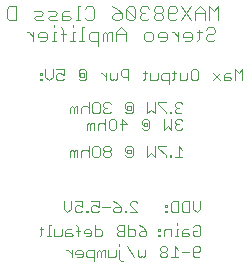
<source format=gbr>
G04 EAGLE Gerber RS-274X export*
G75*
%MOMM*%
%FSLAX34Y34*%
%LPD*%
%INSilkscreen Bottom*%
%IPPOS*%
%AMOC8*
5,1,8,0,0,1.08239X$1,22.5*%
G01*
%ADD10C,0.101600*%
%ADD11C,0.076200*%


D10*
X195072Y262128D02*
X195072Y273822D01*
X191174Y269924D01*
X187276Y273822D01*
X187276Y262128D01*
X183378Y262128D02*
X183378Y269924D01*
X179480Y273822D01*
X175582Y269924D01*
X175582Y262128D01*
X175582Y267975D02*
X183378Y267975D01*
X171684Y273822D02*
X163888Y262128D01*
X171684Y262128D02*
X163888Y273822D01*
X159990Y264077D02*
X158041Y262128D01*
X154143Y262128D01*
X152194Y264077D01*
X152194Y271873D01*
X154143Y273822D01*
X158041Y273822D01*
X159990Y271873D01*
X159990Y269924D01*
X158041Y267975D01*
X152194Y267975D01*
X148296Y271873D02*
X146347Y273822D01*
X142449Y273822D01*
X140500Y271873D01*
X140500Y269924D01*
X142449Y267975D01*
X140500Y266026D01*
X140500Y264077D01*
X142449Y262128D01*
X146347Y262128D01*
X148296Y264077D01*
X148296Y266026D01*
X146347Y267975D01*
X148296Y269924D01*
X148296Y271873D01*
X146347Y267975D02*
X142449Y267975D01*
X136602Y271873D02*
X134653Y273822D01*
X130755Y273822D01*
X128806Y271873D01*
X128806Y269924D01*
X130755Y267975D01*
X132704Y267975D01*
X130755Y267975D02*
X128806Y266026D01*
X128806Y264077D01*
X130755Y262128D01*
X134653Y262128D01*
X136602Y264077D01*
X124908Y264077D02*
X124908Y271873D01*
X122959Y273822D01*
X119061Y273822D01*
X117112Y271873D01*
X117112Y264077D01*
X119061Y262128D01*
X122959Y262128D01*
X124908Y264077D01*
X117112Y271873D01*
X109316Y271873D02*
X105418Y273822D01*
X109316Y271873D02*
X113214Y267975D01*
X113214Y264077D01*
X111265Y262128D01*
X107367Y262128D01*
X105418Y264077D01*
X105418Y266026D01*
X107367Y267975D01*
X113214Y267975D01*
X83979Y273822D02*
X82030Y271873D01*
X83979Y273822D02*
X87877Y273822D01*
X89826Y271873D01*
X89826Y264077D01*
X87877Y262128D01*
X83979Y262128D01*
X82030Y264077D01*
X78132Y273822D02*
X76183Y273822D01*
X76183Y262128D01*
X78132Y262128D02*
X74234Y262128D01*
X68387Y269924D02*
X64489Y269924D01*
X62540Y267975D01*
X62540Y262128D01*
X68387Y262128D01*
X70336Y264077D01*
X68387Y266026D01*
X62540Y266026D01*
X58642Y262128D02*
X52795Y262128D01*
X50846Y264077D01*
X52795Y266026D01*
X56693Y266026D01*
X58642Y267975D01*
X56693Y269924D01*
X50846Y269924D01*
X46948Y262128D02*
X41101Y262128D01*
X39152Y264077D01*
X41101Y266026D01*
X44999Y266026D01*
X46948Y267975D01*
X44999Y269924D01*
X39152Y269924D01*
X23560Y273822D02*
X23560Y262128D01*
X17714Y262128D01*
X15765Y264077D01*
X15765Y271873D01*
X17714Y273822D01*
X23560Y273822D01*
X184736Y254093D02*
X186685Y256042D01*
X190583Y256042D01*
X192532Y254093D01*
X192532Y252144D01*
X190583Y250195D01*
X186685Y250195D01*
X184736Y248246D01*
X184736Y246297D01*
X186685Y244348D01*
X190583Y244348D01*
X192532Y246297D01*
X178889Y246297D02*
X178889Y254093D01*
X178889Y246297D02*
X176940Y244348D01*
X176940Y252144D02*
X180838Y252144D01*
X171093Y244348D02*
X167195Y244348D01*
X171093Y244348D02*
X173042Y246297D01*
X173042Y250195D01*
X171093Y252144D01*
X167195Y252144D01*
X165246Y250195D01*
X165246Y248246D01*
X173042Y248246D01*
X161348Y244348D02*
X161348Y252144D01*
X161348Y248246D02*
X157450Y252144D01*
X155501Y252144D01*
X149654Y244348D02*
X145756Y244348D01*
X149654Y244348D02*
X151603Y246297D01*
X151603Y250195D01*
X149654Y252144D01*
X145756Y252144D01*
X143807Y250195D01*
X143807Y248246D01*
X151603Y248246D01*
X137960Y244348D02*
X134062Y244348D01*
X132113Y246297D01*
X132113Y250195D01*
X134062Y252144D01*
X137960Y252144D01*
X139909Y250195D01*
X139909Y246297D01*
X137960Y244348D01*
X116521Y244348D02*
X116521Y252144D01*
X112623Y256042D01*
X108725Y252144D01*
X108725Y244348D01*
X108725Y250195D02*
X116521Y250195D01*
X104827Y252144D02*
X104827Y244348D01*
X104827Y252144D02*
X102878Y252144D01*
X100929Y250195D01*
X100929Y244348D01*
X100929Y250195D02*
X98980Y252144D01*
X97031Y250195D01*
X97031Y244348D01*
X93133Y240450D02*
X93133Y252144D01*
X87286Y252144D01*
X85337Y250195D01*
X85337Y246297D01*
X87286Y244348D01*
X93133Y244348D01*
X81439Y256042D02*
X79490Y256042D01*
X79490Y244348D01*
X81439Y244348D02*
X77541Y244348D01*
X73643Y252144D02*
X71694Y252144D01*
X71694Y244348D01*
X73643Y244348D02*
X69745Y244348D01*
X71694Y256042D02*
X71694Y257991D01*
X63898Y254093D02*
X63898Y244348D01*
X63898Y254093D02*
X61949Y256042D01*
X61949Y250195D02*
X65847Y250195D01*
X58051Y252144D02*
X56102Y252144D01*
X56102Y244348D01*
X58051Y244348D02*
X54153Y244348D01*
X56102Y256042D02*
X56102Y257991D01*
X48306Y244348D02*
X44408Y244348D01*
X48306Y244348D02*
X50255Y246297D01*
X50255Y250195D01*
X48306Y252144D01*
X44408Y252144D01*
X42459Y250195D01*
X42459Y248246D01*
X50255Y248246D01*
X38561Y244348D02*
X38561Y252144D01*
X34664Y252144D02*
X38561Y248246D01*
X34664Y252144D02*
X32715Y252144D01*
D11*
X161584Y155837D02*
X164719Y152702D01*
X161584Y155837D02*
X161584Y146431D01*
X164719Y146431D02*
X158448Y146431D01*
X155364Y146431D02*
X155364Y147999D01*
X153796Y147999D01*
X153796Y146431D01*
X155364Y146431D01*
X150686Y155837D02*
X144416Y155837D01*
X144416Y154269D01*
X150686Y147999D01*
X150686Y146431D01*
X141331Y146431D02*
X141331Y155837D01*
X138196Y149566D02*
X141331Y146431D01*
X138196Y149566D02*
X135060Y146431D01*
X135060Y155837D01*
X117918Y146431D02*
X116350Y147999D01*
X117918Y146431D02*
X121053Y146431D01*
X122621Y147999D01*
X122621Y154269D01*
X121053Y155837D01*
X117918Y155837D01*
X116350Y154269D01*
X116350Y151134D01*
X117918Y149566D01*
X121053Y149566D01*
X121053Y152702D01*
X117918Y152702D01*
X117918Y149566D01*
X103910Y154269D02*
X102343Y155837D01*
X99207Y155837D01*
X97640Y154269D01*
X97640Y152702D01*
X99207Y151134D01*
X97640Y149566D01*
X97640Y147999D01*
X99207Y146431D01*
X102343Y146431D01*
X103910Y147999D01*
X103910Y149566D01*
X102343Y151134D01*
X103910Y152702D01*
X103910Y154269D01*
X102343Y151134D02*
X99207Y151134D01*
X92987Y155837D02*
X89852Y155837D01*
X92987Y155837D02*
X94555Y154269D01*
X94555Y147999D01*
X92987Y146431D01*
X89852Y146431D01*
X88284Y147999D01*
X88284Y154269D01*
X89852Y155837D01*
X85200Y155837D02*
X85200Y146431D01*
X85200Y151134D02*
X83632Y152702D01*
X80497Y152702D01*
X78929Y151134D01*
X78929Y146431D01*
X75845Y146431D02*
X75845Y152702D01*
X74277Y152702D01*
X72709Y151134D01*
X72709Y146431D01*
X72709Y151134D02*
X71142Y152702D01*
X69574Y151134D01*
X69574Y146431D01*
X163151Y178697D02*
X164719Y177129D01*
X163151Y178697D02*
X160016Y178697D01*
X158448Y177129D01*
X158448Y175562D01*
X160016Y173994D01*
X161584Y173994D01*
X160016Y173994D02*
X158448Y172426D01*
X158448Y170859D01*
X160016Y169291D01*
X163151Y169291D01*
X164719Y170859D01*
X155364Y169291D02*
X155364Y178697D01*
X152228Y172426D02*
X155364Y169291D01*
X152228Y172426D02*
X149093Y169291D01*
X149093Y178697D01*
X131950Y169291D02*
X130383Y170859D01*
X131950Y169291D02*
X135086Y169291D01*
X136653Y170859D01*
X136653Y177129D01*
X135086Y178697D01*
X131950Y178697D01*
X130383Y177129D01*
X130383Y173994D01*
X131950Y172426D01*
X135086Y172426D01*
X135086Y175562D01*
X131950Y175562D01*
X131950Y172426D01*
X113240Y169291D02*
X113240Y178697D01*
X117943Y173994D01*
X111672Y173994D01*
X107020Y178697D02*
X103885Y178697D01*
X107020Y178697D02*
X108588Y177129D01*
X108588Y170859D01*
X107020Y169291D01*
X103885Y169291D01*
X102317Y170859D01*
X102317Y177129D01*
X103885Y178697D01*
X99233Y178697D02*
X99233Y169291D01*
X99233Y173994D02*
X97665Y175562D01*
X94530Y175562D01*
X92962Y173994D01*
X92962Y169291D01*
X89878Y169291D02*
X89878Y175562D01*
X88310Y175562D01*
X86742Y173994D01*
X86742Y169291D01*
X86742Y173994D02*
X85175Y175562D01*
X83607Y173994D01*
X83607Y169291D01*
X179959Y108847D02*
X179959Y102576D01*
X176824Y99441D01*
X173688Y102576D01*
X173688Y108847D01*
X170604Y108847D02*
X170604Y99441D01*
X165901Y99441D01*
X164333Y101009D01*
X164333Y107279D01*
X165901Y108847D01*
X170604Y108847D01*
X161249Y108847D02*
X161249Y99441D01*
X156546Y99441D01*
X154978Y101009D01*
X154978Y107279D01*
X156546Y108847D01*
X161249Y108847D01*
X151893Y105712D02*
X150326Y105712D01*
X150326Y104144D01*
X151893Y104144D01*
X151893Y105712D01*
X151893Y101009D02*
X150326Y101009D01*
X150326Y99441D01*
X151893Y99441D01*
X151893Y101009D01*
X126619Y99441D02*
X120348Y99441D01*
X126619Y99441D02*
X120348Y105712D01*
X120348Y107279D01*
X121916Y108847D01*
X125051Y108847D01*
X126619Y107279D01*
X117264Y101009D02*
X117264Y99441D01*
X117264Y101009D02*
X115696Y101009D01*
X115696Y99441D01*
X117264Y99441D01*
X109451Y107279D02*
X106316Y108847D01*
X109451Y107279D02*
X112586Y104144D01*
X112586Y101009D01*
X111019Y99441D01*
X107883Y99441D01*
X106316Y101009D01*
X106316Y102576D01*
X107883Y104144D01*
X112586Y104144D01*
X103231Y104144D02*
X96960Y104144D01*
X93876Y108847D02*
X87605Y108847D01*
X93876Y108847D02*
X93876Y104144D01*
X90741Y105712D01*
X89173Y105712D01*
X87605Y104144D01*
X87605Y101009D01*
X89173Y99441D01*
X92308Y99441D01*
X93876Y101009D01*
X84521Y101009D02*
X84521Y99441D01*
X84521Y101009D02*
X82953Y101009D01*
X82953Y99441D01*
X84521Y99441D01*
X79843Y108847D02*
X73572Y108847D01*
X79843Y108847D02*
X79843Y104144D01*
X76708Y105712D01*
X75140Y105712D01*
X73572Y104144D01*
X73572Y101009D01*
X75140Y99441D01*
X78275Y99441D01*
X79843Y101009D01*
X70488Y102576D02*
X70488Y108847D01*
X70488Y102576D02*
X67353Y99441D01*
X64217Y102576D01*
X64217Y108847D01*
X173688Y86959D02*
X175256Y88527D01*
X178391Y88527D01*
X179959Y86959D01*
X179959Y80689D01*
X178391Y79121D01*
X175256Y79121D01*
X173688Y80689D01*
X173688Y83824D01*
X176824Y83824D01*
X169036Y85392D02*
X165901Y85392D01*
X164333Y83824D01*
X164333Y79121D01*
X169036Y79121D01*
X170604Y80689D01*
X169036Y82256D01*
X164333Y82256D01*
X161249Y85392D02*
X159681Y85392D01*
X159681Y79121D01*
X161249Y79121D02*
X158113Y79121D01*
X159681Y88527D02*
X159681Y90095D01*
X155012Y85392D02*
X155012Y79121D01*
X155012Y85392D02*
X150309Y85392D01*
X148741Y83824D01*
X148741Y79121D01*
X145657Y85392D02*
X144089Y85392D01*
X144089Y83824D01*
X145657Y83824D01*
X145657Y85392D01*
X145657Y80689D02*
X144089Y80689D01*
X144089Y79121D01*
X145657Y79121D01*
X145657Y80689D01*
X131104Y86959D02*
X127968Y88527D01*
X131104Y86959D02*
X134239Y83824D01*
X134239Y80689D01*
X132671Y79121D01*
X129536Y79121D01*
X127968Y80689D01*
X127968Y82256D01*
X129536Y83824D01*
X134239Y83824D01*
X118613Y88527D02*
X118613Y79121D01*
X123316Y79121D01*
X124884Y80689D01*
X124884Y83824D01*
X123316Y85392D01*
X118613Y85392D01*
X115529Y88527D02*
X115529Y79121D01*
X115529Y88527D02*
X110826Y88527D01*
X109258Y86959D01*
X109258Y85392D01*
X110826Y83824D01*
X109258Y82256D01*
X109258Y80689D01*
X110826Y79121D01*
X115529Y79121D01*
X115529Y83824D02*
X110826Y83824D01*
X90548Y88527D02*
X90548Y79121D01*
X95251Y79121D01*
X96818Y80689D01*
X96818Y83824D01*
X95251Y85392D01*
X90548Y85392D01*
X85895Y79121D02*
X82760Y79121D01*
X85895Y79121D02*
X87463Y80689D01*
X87463Y83824D01*
X85895Y85392D01*
X82760Y85392D01*
X81192Y83824D01*
X81192Y82256D01*
X87463Y82256D01*
X76540Y79121D02*
X76540Y86959D01*
X74973Y88527D01*
X74973Y83824D02*
X78108Y83824D01*
X70303Y85392D02*
X67168Y85392D01*
X65600Y83824D01*
X65600Y79121D01*
X70303Y79121D01*
X71871Y80689D01*
X70303Y82256D01*
X65600Y82256D01*
X62516Y80689D02*
X62516Y85392D01*
X62516Y80689D02*
X60948Y79121D01*
X56245Y79121D01*
X56245Y85392D01*
X53161Y88527D02*
X51593Y88527D01*
X51593Y79121D01*
X53161Y79121D02*
X50025Y79121D01*
X45356Y80689D02*
X45356Y86959D01*
X45356Y80689D02*
X43789Y79121D01*
X43789Y85392D02*
X46924Y85392D01*
X178391Y61341D02*
X179959Y62909D01*
X178391Y61341D02*
X175256Y61341D01*
X173688Y62909D01*
X173688Y69179D01*
X175256Y70747D01*
X178391Y70747D01*
X179959Y69179D01*
X179959Y67612D01*
X178391Y66044D01*
X173688Y66044D01*
X170604Y66044D02*
X164333Y66044D01*
X161249Y67612D02*
X158113Y70747D01*
X158113Y61341D01*
X154978Y61341D02*
X161249Y61341D01*
X151893Y69179D02*
X150326Y70747D01*
X147190Y70747D01*
X145623Y69179D01*
X145623Y67612D01*
X147190Y66044D01*
X145623Y64476D01*
X145623Y62909D01*
X147190Y61341D01*
X150326Y61341D01*
X151893Y62909D01*
X151893Y64476D01*
X150326Y66044D01*
X151893Y67612D01*
X151893Y69179D01*
X150326Y66044D02*
X147190Y66044D01*
X133183Y67612D02*
X133183Y62909D01*
X131615Y61341D01*
X130048Y62909D01*
X128480Y61341D01*
X126912Y62909D01*
X126912Y67612D01*
X123828Y61341D02*
X117557Y70747D01*
X114473Y58206D02*
X112905Y58206D01*
X111337Y59773D01*
X111337Y67612D01*
X111337Y70747D02*
X111337Y72315D01*
X108236Y67612D02*
X108236Y62909D01*
X106668Y61341D01*
X101965Y61341D01*
X101965Y67612D01*
X98881Y67612D02*
X98881Y61341D01*
X98881Y67612D02*
X97313Y67612D01*
X95745Y66044D01*
X95745Y61341D01*
X95745Y66044D02*
X94178Y67612D01*
X92610Y66044D01*
X92610Y61341D01*
X89526Y58206D02*
X89526Y67612D01*
X84823Y67612D01*
X83255Y66044D01*
X83255Y62909D01*
X84823Y61341D01*
X89526Y61341D01*
X78603Y61341D02*
X75467Y61341D01*
X78603Y61341D02*
X80170Y62909D01*
X80170Y66044D01*
X78603Y67612D01*
X75467Y67612D01*
X73900Y66044D01*
X73900Y64476D01*
X80170Y64476D01*
X70815Y61341D02*
X70815Y67612D01*
X67680Y67612D02*
X70815Y64476D01*
X67680Y67612D02*
X66112Y67612D01*
X215519Y211201D02*
X215519Y220607D01*
X212384Y217472D01*
X209248Y220607D01*
X209248Y211201D01*
X204596Y217472D02*
X201461Y217472D01*
X199893Y215904D01*
X199893Y211201D01*
X204596Y211201D01*
X206164Y212769D01*
X204596Y214336D01*
X199893Y214336D01*
X196809Y217472D02*
X190538Y211201D01*
X196809Y211201D02*
X190538Y217472D01*
X176531Y220607D02*
X173395Y220607D01*
X176531Y220607D02*
X178098Y219039D01*
X178098Y212769D01*
X176531Y211201D01*
X173395Y211201D01*
X171828Y212769D01*
X171828Y219039D01*
X173395Y220607D01*
X168743Y217472D02*
X168743Y212769D01*
X167175Y211201D01*
X162472Y211201D01*
X162472Y217472D01*
X157820Y219039D02*
X157820Y212769D01*
X156253Y211201D01*
X156253Y217472D02*
X159388Y217472D01*
X153151Y217472D02*
X153151Y208066D01*
X153151Y217472D02*
X148448Y217472D01*
X146880Y215904D01*
X146880Y212769D01*
X148448Y211201D01*
X153151Y211201D01*
X143796Y212769D02*
X143796Y217472D01*
X143796Y212769D02*
X142228Y211201D01*
X137525Y211201D01*
X137525Y217472D01*
X132873Y219039D02*
X132873Y212769D01*
X131305Y211201D01*
X131305Y217472D02*
X134441Y217472D01*
X118849Y220607D02*
X118849Y211201D01*
X118849Y220607D02*
X114146Y220607D01*
X112578Y219039D01*
X112578Y215904D01*
X114146Y214336D01*
X118849Y214336D01*
X109494Y212769D02*
X109494Y217472D01*
X109494Y212769D02*
X107926Y211201D01*
X106358Y212769D01*
X104791Y211201D01*
X103223Y212769D01*
X103223Y217472D01*
X100138Y217472D02*
X100138Y211201D01*
X100138Y214336D02*
X97003Y217472D01*
X95435Y217472D01*
X78284Y211201D02*
X76717Y212769D01*
X78284Y211201D02*
X81420Y211201D01*
X82987Y212769D01*
X82987Y219039D01*
X81420Y220607D01*
X78284Y220607D01*
X76717Y219039D01*
X76717Y215904D01*
X78284Y214336D01*
X81420Y214336D01*
X81420Y217472D01*
X78284Y217472D01*
X78284Y214336D01*
X64277Y220607D02*
X58006Y220607D01*
X64277Y220607D02*
X64277Y215904D01*
X61142Y217472D01*
X59574Y217472D01*
X58006Y215904D01*
X58006Y212769D01*
X59574Y211201D01*
X62709Y211201D01*
X64277Y212769D01*
X54922Y214336D02*
X54922Y220607D01*
X54922Y214336D02*
X51786Y211201D01*
X48651Y214336D01*
X48651Y220607D01*
X45566Y217472D02*
X43999Y217472D01*
X43999Y215904D01*
X45566Y215904D01*
X45566Y217472D01*
X45566Y212769D02*
X43999Y212769D01*
X43999Y211201D01*
X45566Y211201D01*
X45566Y212769D01*
X163151Y192667D02*
X164719Y191099D01*
X163151Y192667D02*
X160016Y192667D01*
X158448Y191099D01*
X158448Y189532D01*
X160016Y187964D01*
X161584Y187964D01*
X160016Y187964D02*
X158448Y186396D01*
X158448Y184829D01*
X160016Y183261D01*
X163151Y183261D01*
X164719Y184829D01*
X155364Y184829D02*
X155364Y183261D01*
X155364Y184829D02*
X153796Y184829D01*
X153796Y183261D01*
X155364Y183261D01*
X150686Y192667D02*
X144416Y192667D01*
X144416Y191099D01*
X150686Y184829D01*
X150686Y183261D01*
X141331Y183261D02*
X141331Y192667D01*
X138196Y186396D02*
X141331Y183261D01*
X138196Y186396D02*
X135060Y183261D01*
X135060Y192667D01*
X117918Y183261D02*
X116350Y184829D01*
X117918Y183261D02*
X121053Y183261D01*
X122621Y184829D01*
X122621Y191099D01*
X121053Y192667D01*
X117918Y192667D01*
X116350Y191099D01*
X116350Y187964D01*
X117918Y186396D01*
X121053Y186396D01*
X121053Y189532D01*
X117918Y189532D01*
X117918Y186396D01*
X103910Y191099D02*
X102343Y192667D01*
X99207Y192667D01*
X97640Y191099D01*
X97640Y189532D01*
X99207Y187964D01*
X100775Y187964D01*
X99207Y187964D02*
X97640Y186396D01*
X97640Y184829D01*
X99207Y183261D01*
X102343Y183261D01*
X103910Y184829D01*
X92987Y192667D02*
X89852Y192667D01*
X92987Y192667D02*
X94555Y191099D01*
X94555Y184829D01*
X92987Y183261D01*
X89852Y183261D01*
X88284Y184829D01*
X88284Y191099D01*
X89852Y192667D01*
X85200Y192667D02*
X85200Y183261D01*
X85200Y187964D02*
X83632Y189532D01*
X80497Y189532D01*
X78929Y187964D01*
X78929Y183261D01*
X75845Y183261D02*
X75845Y189532D01*
X74277Y189532D01*
X72709Y187964D01*
X72709Y183261D01*
X72709Y187964D02*
X71142Y189532D01*
X69574Y187964D01*
X69574Y183261D01*
M02*

</source>
